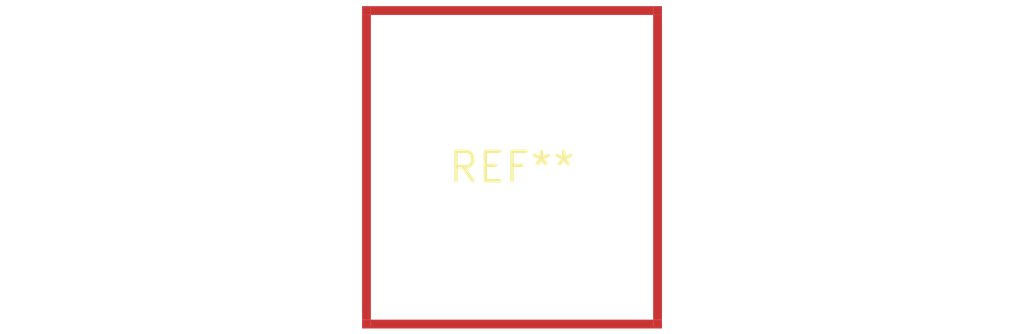
<source format=kicad_pcb>
(kicad_pcb (version 20240108) (generator pcbnew)
  (layers (0 "F.Cu" signal) (31 "B.Cu" signal) (34 "B.Paste" user) (35 "F.Paste" user) (36 "B.SilkS" user "B.Silkscreen") (37 "F.SilkS" user "F.Silkscreen") (38 "B.Mask" user) (39 "F.Mask" user) (44 "Edge.Cuts" user))
  (net 0 "")
  (footprint "Laird_Technologies_97-2003_12.70x13.37mm" (layer "F.Cu") (at 0 0)
    (property "Reference" "REF**")
    (property "Value" "Laird_Technologies_97-2003_12.70x13.37mm")
    (pad "1" smd rect (at -6.285 -6.77) (size 0.38 0.38) (layers "F.Cu" "F.Paste" "F.Mask"))
    (pad "1" smd rect (at -6.285 0) (size 0.38 13.16) (layers "F.Cu" "F.Paste" "F.Mask"))
    (pad "1" smd rect (at -6.285 6.77) (size 0.38 0.38) (layers "F.Cu" "F.Paste" "F.Mask"))
    (pad "1" smd rect (at 0 -6.77) (size 12.19 0.38) (layers "F.Cu" "F.Paste" "F.Mask"))
    (pad "1" smd rect (at 0 6.77) (size 12.19 0.38) (layers "F.Cu" "F.Paste" "F.Mask"))
    (pad "1" smd rect (at 6.285 -6.77) (size 0.38 0.38) (layers "F.Cu" "F.Paste" "F.Mask"))
    (pad "1" smd rect (at 6.285 0) (size 0.38 13.16) (layers "F.Cu" "F.Paste" "F.Mask"))
    (pad "1" smd rect (at 6.285 6.77) (size 0.38 0.38) (layers "F.Cu" "F.Paste" "F.Mask"))
  )
)
</source>
